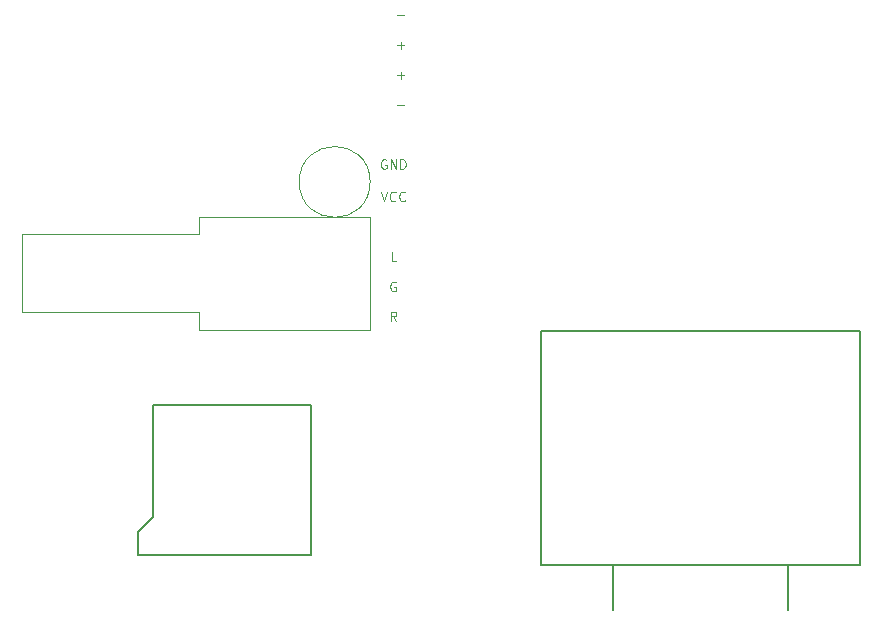
<source format=gbr>
G04 #@! TF.GenerationSoftware,KiCad,Pcbnew,(5.1.8)-1*
G04 #@! TF.CreationDate,2021-01-16T01:22:51+01:00*
G04 #@! TF.ProjectId,8bitWave Module,38626974-5761-4766-9520-4d6f64756c65,rev?*
G04 #@! TF.SameCoordinates,Original*
G04 #@! TF.FileFunction,OtherDrawing,Comment*
%FSLAX46Y46*%
G04 Gerber Fmt 4.6, Leading zero omitted, Abs format (unit mm)*
G04 Created by KiCad (PCBNEW (5.1.8)-1) date 2021-01-16 01:22:51*
%MOMM*%
%LPD*%
G01*
G04 APERTURE LIST*
%ADD10C,0.150000*%
%ADD11C,0.120000*%
%ADD12C,0.100000*%
G04 APERTURE END LIST*
D10*
X87630000Y-116840000D02*
X74295000Y-116840000D01*
X87630000Y-129540000D02*
X87630000Y-116840000D01*
X73025000Y-129540000D02*
X87630000Y-129540000D01*
X73025000Y-127635000D02*
X73025000Y-129540000D01*
X74295000Y-126365000D02*
X73025000Y-127635000D01*
X74295000Y-116840000D02*
X74295000Y-126365000D01*
X128050000Y-130450000D02*
X128050000Y-134250000D01*
X113250000Y-134250000D02*
X113250000Y-130450000D01*
X107150000Y-130450000D02*
X134150000Y-130450000D01*
X134150000Y-130450000D02*
X134150000Y-110650000D01*
X134150000Y-110650000D02*
X107150000Y-110650000D01*
X107150000Y-110650000D02*
X107150000Y-130450000D01*
D11*
X92655000Y-97990000D02*
G75*
G03*
X92655000Y-97990000I-3000000J0D01*
G01*
X63155000Y-109040000D02*
X63155000Y-102440000D01*
X78155000Y-109040000D02*
X63155000Y-109040000D01*
X78155000Y-102440000D02*
X63155000Y-102440000D01*
X78155000Y-110490000D02*
X92655000Y-110490000D01*
X78155000Y-109040000D02*
X78155000Y-110490000D01*
X78155000Y-100990000D02*
X78155000Y-102440000D01*
X92655000Y-100990000D02*
X78155000Y-100990000D01*
X92655000Y-110490000D02*
X92655000Y-100990000D01*
D12*
X93548333Y-98801904D02*
X93815000Y-99601904D01*
X94081666Y-98801904D01*
X94805476Y-99525714D02*
X94767380Y-99563809D01*
X94653095Y-99601904D01*
X94576904Y-99601904D01*
X94462619Y-99563809D01*
X94386428Y-99487619D01*
X94348333Y-99411428D01*
X94310238Y-99259047D01*
X94310238Y-99144761D01*
X94348333Y-98992380D01*
X94386428Y-98916190D01*
X94462619Y-98840000D01*
X94576904Y-98801904D01*
X94653095Y-98801904D01*
X94767380Y-98840000D01*
X94805476Y-98878095D01*
X95605476Y-99525714D02*
X95567380Y-99563809D01*
X95453095Y-99601904D01*
X95376904Y-99601904D01*
X95262619Y-99563809D01*
X95186428Y-99487619D01*
X95148333Y-99411428D01*
X95110238Y-99259047D01*
X95110238Y-99144761D01*
X95148333Y-98992380D01*
X95186428Y-98916190D01*
X95262619Y-98840000D01*
X95376904Y-98801904D01*
X95453095Y-98801904D01*
X95567380Y-98840000D01*
X95605476Y-98878095D01*
X94005476Y-96120000D02*
X93929285Y-96081904D01*
X93815000Y-96081904D01*
X93700714Y-96120000D01*
X93624523Y-96196190D01*
X93586428Y-96272380D01*
X93548333Y-96424761D01*
X93548333Y-96539047D01*
X93586428Y-96691428D01*
X93624523Y-96767619D01*
X93700714Y-96843809D01*
X93815000Y-96881904D01*
X93891190Y-96881904D01*
X94005476Y-96843809D01*
X94043571Y-96805714D01*
X94043571Y-96539047D01*
X93891190Y-96539047D01*
X94386428Y-96881904D02*
X94386428Y-96081904D01*
X94843571Y-96881904D01*
X94843571Y-96081904D01*
X95224523Y-96881904D02*
X95224523Y-96081904D01*
X95415000Y-96081904D01*
X95529285Y-96120000D01*
X95605476Y-96196190D01*
X95643571Y-96272380D01*
X95681666Y-96424761D01*
X95681666Y-96539047D01*
X95643571Y-96691428D01*
X95605476Y-96767619D01*
X95529285Y-96843809D01*
X95415000Y-96881904D01*
X95224523Y-96881904D01*
X94862619Y-109761904D02*
X94595952Y-109380952D01*
X94405476Y-109761904D02*
X94405476Y-108961904D01*
X94710238Y-108961904D01*
X94786428Y-109000000D01*
X94824523Y-109038095D01*
X94862619Y-109114285D01*
X94862619Y-109228571D01*
X94824523Y-109304761D01*
X94786428Y-109342857D01*
X94710238Y-109380952D01*
X94405476Y-109380952D01*
X94824523Y-106460000D02*
X94748333Y-106421904D01*
X94634047Y-106421904D01*
X94519761Y-106460000D01*
X94443571Y-106536190D01*
X94405476Y-106612380D01*
X94367380Y-106764761D01*
X94367380Y-106879047D01*
X94405476Y-107031428D01*
X94443571Y-107107619D01*
X94519761Y-107183809D01*
X94634047Y-107221904D01*
X94710238Y-107221904D01*
X94824523Y-107183809D01*
X94862619Y-107145714D01*
X94862619Y-106879047D01*
X94710238Y-106879047D01*
X94862619Y-104681904D02*
X94481666Y-104681904D01*
X94481666Y-103881904D01*
X94945238Y-88957142D02*
X95554761Y-88957142D01*
X95250000Y-89261904D02*
X95250000Y-88652380D01*
X94945238Y-91497142D02*
X95554761Y-91497142D01*
X94945238Y-86417142D02*
X95554761Y-86417142D01*
X95250000Y-86721904D02*
X95250000Y-86112380D01*
X94945238Y-83877142D02*
X95554761Y-83877142D01*
M02*

</source>
